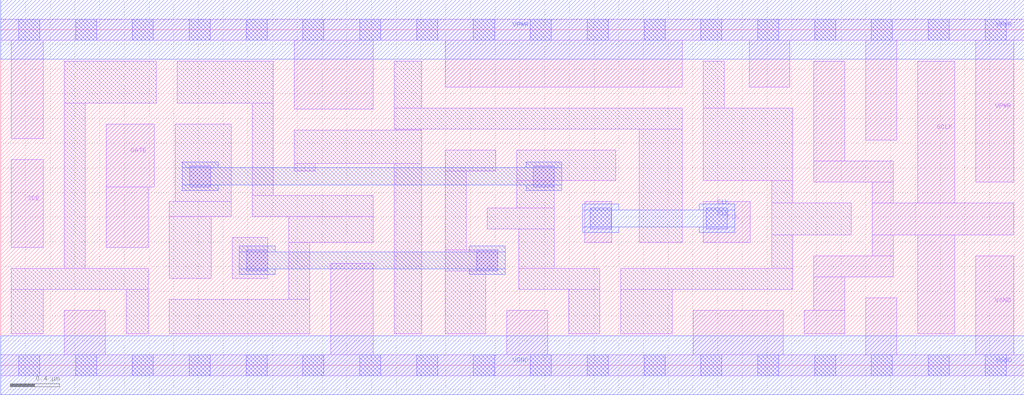
<source format=lef>
# Copyright 2020 The SkyWater PDK Authors
#
# Licensed under the Apache License, Version 2.0 (the "License");
# you may not use this file except in compliance with the License.
# You may obtain a copy of the License at
#
#     https://www.apache.org/licenses/LICENSE-2.0
#
# Unless required by applicable law or agreed to in writing, software
# distributed under the License is distributed on an "AS IS" BASIS,
# WITHOUT WARRANTIES OR CONDITIONS OF ANY KIND, either express or implied.
# See the License for the specific language governing permissions and
# limitations under the License.
#
# SPDX-License-Identifier: Apache-2.0

VERSION 5.7 ;
  NAMESCASESENSITIVE ON ;
  NOWIREEXTENSIONATPIN ON ;
  DIVIDERCHAR "/" ;
  BUSBITCHARS "[]" ;
UNITS
  DATABASE MICRONS 200 ;
END UNITS
MACRO sky130_fd_sc_hd__sdlclkp_4
  CLASS CORE ;
  SOURCE USER ;
  FOREIGN sky130_fd_sc_hd__sdlclkp_4 ;
  ORIGIN  0.000000  0.000000 ;
  SIZE  8.280000 BY  2.720000 ;
  SYMMETRY X Y R90 ;
  SITE unithd ;
  PIN GATE
    ANTENNAGATEAREA  0.159000 ;
    DIRECTION INPUT ;
    USE SIGNAL ;
    PORT
      LAYER li1 ;
        RECT 0.855000 0.955000 1.195000 1.445000 ;
        RECT 0.855000 1.445000 1.240000 1.955000 ;
    END
  END GATE
  PIN GCLK
    ANTENNADIFFAREA  0.891000 ;
    DIRECTION OUTPUT ;
    USE SIGNAL ;
    PORT
      LAYER li1 ;
        RECT 6.500000 0.255000 6.830000 0.445000 ;
        RECT 6.580000 0.445000 6.830000 0.715000 ;
        RECT 6.580000 0.715000 7.220000 0.885000 ;
        RECT 6.580000 1.485000 7.220000 1.655000 ;
        RECT 6.580000 1.655000 6.830000 2.465000 ;
        RECT 7.050000 0.885000 7.220000 1.055000 ;
        RECT 7.050000 1.055000 8.195000 1.315000 ;
        RECT 7.050000 1.315000 7.220000 1.485000 ;
        RECT 7.420000 0.255000 7.720000 1.055000 ;
        RECT 7.420000 1.315000 7.720000 2.465000 ;
    END
  END GCLK
  PIN SCE
    ANTENNAGATEAREA  0.159000 ;
    DIRECTION INPUT ;
    USE SIGNAL ;
    PORT
      LAYER li1 ;
        RECT 0.085000 0.955000 0.345000 1.665000 ;
    END
  END SCE
  PIN CLK
    ANTENNAGATEAREA  0.406500 ;
    DIRECTION INPUT ;
    USE CLOCK ;
    PORT
      LAYER li1 ;
        RECT 4.725000 0.995000 4.945000 1.325000 ;
        RECT 5.685000 0.995000 6.065000 1.325000 ;
      LAYER mcon ;
        RECT 4.770000 1.105000 4.940000 1.275000 ;
        RECT 5.710000 1.105000 5.880000 1.275000 ;
      LAYER met1 ;
        RECT 4.710000 1.075000 5.000000 1.120000 ;
        RECT 4.710000 1.120000 5.940000 1.260000 ;
        RECT 4.710000 1.260000 5.000000 1.305000 ;
        RECT 5.650000 1.075000 5.940000 1.120000 ;
        RECT 5.650000 1.260000 5.940000 1.305000 ;
    END
  END CLK
  PIN VGND
    DIRECTION INOUT ;
    SHAPE ABUTMENT ;
    USE GROUND ;
    PORT
      LAYER li1 ;
        RECT 0.000000 -0.085000 8.280000 0.085000 ;
        RECT 0.515000  0.085000 0.845000 0.445000 ;
        RECT 2.670000  0.085000 3.015000 0.825000 ;
        RECT 4.095000  0.085000 4.425000 0.445000 ;
        RECT 5.605000  0.085000 6.330000 0.445000 ;
        RECT 7.000000  0.085000 7.250000 0.545000 ;
        RECT 7.890000  0.085000 8.195000 0.885000 ;
      LAYER mcon ;
        RECT 0.145000 -0.085000 0.315000 0.085000 ;
        RECT 0.605000 -0.085000 0.775000 0.085000 ;
        RECT 1.065000 -0.085000 1.235000 0.085000 ;
        RECT 1.525000 -0.085000 1.695000 0.085000 ;
        RECT 1.985000 -0.085000 2.155000 0.085000 ;
        RECT 2.445000 -0.085000 2.615000 0.085000 ;
        RECT 2.905000 -0.085000 3.075000 0.085000 ;
        RECT 3.365000 -0.085000 3.535000 0.085000 ;
        RECT 3.825000 -0.085000 3.995000 0.085000 ;
        RECT 4.285000 -0.085000 4.455000 0.085000 ;
        RECT 4.745000 -0.085000 4.915000 0.085000 ;
        RECT 5.205000 -0.085000 5.375000 0.085000 ;
        RECT 5.665000 -0.085000 5.835000 0.085000 ;
        RECT 6.125000 -0.085000 6.295000 0.085000 ;
        RECT 6.585000 -0.085000 6.755000 0.085000 ;
        RECT 7.045000 -0.085000 7.215000 0.085000 ;
        RECT 7.505000 -0.085000 7.675000 0.085000 ;
        RECT 7.965000 -0.085000 8.135000 0.085000 ;
      LAYER met1 ;
        RECT 0.000000 -0.240000 8.280000 0.240000 ;
    END
  END VGND
  PIN VPWR
    DIRECTION INOUT ;
    SHAPE ABUTMENT ;
    USE POWER ;
    PORT
      LAYER li1 ;
        RECT 0.000000 2.635000 8.280000 2.805000 ;
        RECT 0.085000 1.835000 0.345000 2.635000 ;
        RECT 2.375000 2.075000 3.015000 2.635000 ;
        RECT 3.595000 2.255000 5.515000 2.635000 ;
        RECT 6.055000 2.255000 6.385000 2.635000 ;
        RECT 7.000000 1.825000 7.250000 2.635000 ;
        RECT 7.890000 1.485000 8.195000 2.635000 ;
      LAYER mcon ;
        RECT 0.145000 2.635000 0.315000 2.805000 ;
        RECT 0.605000 2.635000 0.775000 2.805000 ;
        RECT 1.065000 2.635000 1.235000 2.805000 ;
        RECT 1.525000 2.635000 1.695000 2.805000 ;
        RECT 1.985000 2.635000 2.155000 2.805000 ;
        RECT 2.445000 2.635000 2.615000 2.805000 ;
        RECT 2.905000 2.635000 3.075000 2.805000 ;
        RECT 3.365000 2.635000 3.535000 2.805000 ;
        RECT 3.825000 2.635000 3.995000 2.805000 ;
        RECT 4.285000 2.635000 4.455000 2.805000 ;
        RECT 4.745000 2.635000 4.915000 2.805000 ;
        RECT 5.205000 2.635000 5.375000 2.805000 ;
        RECT 5.665000 2.635000 5.835000 2.805000 ;
        RECT 6.125000 2.635000 6.295000 2.805000 ;
        RECT 6.585000 2.635000 6.755000 2.805000 ;
        RECT 7.045000 2.635000 7.215000 2.805000 ;
        RECT 7.505000 2.635000 7.675000 2.805000 ;
        RECT 7.965000 2.635000 8.135000 2.805000 ;
      LAYER met1 ;
        RECT 0.000000 2.480000 8.280000 2.960000 ;
    END
  END VPWR
  OBS
    LAYER li1 ;
      RECT 0.085000 0.255000 0.345000 0.615000 ;
      RECT 0.085000 0.615000 1.195000 0.785000 ;
      RECT 0.515000 0.785000 0.685000 2.125000 ;
      RECT 0.515000 2.125000 1.260000 2.465000 ;
      RECT 1.015000 0.255000 1.195000 0.615000 ;
      RECT 1.365000 0.255000 2.500000 0.535000 ;
      RECT 1.365000 0.705000 1.705000 1.205000 ;
      RECT 1.365000 1.205000 1.865000 1.325000 ;
      RECT 1.410000 1.325000 1.865000 1.955000 ;
      RECT 1.430000 2.125000 2.205000 2.465000 ;
      RECT 1.875000 0.705000 2.160000 1.035000 ;
      RECT 2.035000 1.205000 3.015000 1.375000 ;
      RECT 2.035000 1.375000 2.205000 2.125000 ;
      RECT 2.330000 0.535000 2.500000 0.995000 ;
      RECT 2.330000 0.995000 3.015000 1.205000 ;
      RECT 2.375000 1.575000 2.545000 1.635000 ;
      RECT 2.375000 1.635000 3.405000 1.905000 ;
      RECT 3.185000 0.255000 3.405000 1.635000 ;
      RECT 3.185000 1.905000 3.405000 1.915000 ;
      RECT 3.185000 1.915000 5.515000 2.085000 ;
      RECT 3.185000 2.085000 3.405000 2.465000 ;
      RECT 3.595000 0.255000 3.925000 0.765000 ;
      RECT 3.595000 0.765000 4.020000 0.935000 ;
      RECT 3.595000 0.935000 3.765000 1.575000 ;
      RECT 3.595000 1.575000 4.005000 1.745000 ;
      RECT 3.935000 1.105000 4.480000 1.275000 ;
      RECT 4.175000 1.275000 4.480000 1.495000 ;
      RECT 4.175000 1.495000 4.975000 1.745000 ;
      RECT 4.190000 0.615000 4.845000 0.785000 ;
      RECT 4.190000 0.785000 4.480000 1.105000 ;
      RECT 4.595000 0.255000 4.845000 0.615000 ;
      RECT 5.015000 0.255000 5.435000 0.615000 ;
      RECT 5.015000 0.615000 6.410000 0.785000 ;
      RECT 5.165000 0.995000 5.515000 1.915000 ;
      RECT 5.685000 1.495000 6.410000 2.085000 ;
      RECT 5.685000 2.085000 5.855000 2.465000 ;
      RECT 6.240000 0.785000 6.410000 1.055000 ;
      RECT 6.240000 1.055000 6.880000 1.315000 ;
      RECT 6.240000 1.315000 6.410000 1.495000 ;
    LAYER mcon ;
      RECT 1.530000 1.445000 1.700000 1.615000 ;
      RECT 1.990000 0.765000 2.160000 0.935000 ;
      RECT 3.850000 0.765000 4.020000 0.935000 ;
      RECT 4.310000 1.445000 4.480000 1.615000 ;
    LAYER met1 ;
      RECT 1.470000 1.415000 1.760000 1.460000 ;
      RECT 1.470000 1.460000 4.540000 1.600000 ;
      RECT 1.470000 1.600000 1.760000 1.645000 ;
      RECT 1.930000 0.735000 2.220000 0.780000 ;
      RECT 1.930000 0.780000 4.080000 0.920000 ;
      RECT 1.930000 0.920000 2.220000 0.965000 ;
      RECT 3.790000 0.735000 4.080000 0.780000 ;
      RECT 3.790000 0.920000 4.080000 0.965000 ;
      RECT 4.250000 1.415000 4.540000 1.460000 ;
      RECT 4.250000 1.600000 4.540000 1.645000 ;
  END
END sky130_fd_sc_hd__sdlclkp_4
END LIBRARY

</source>
